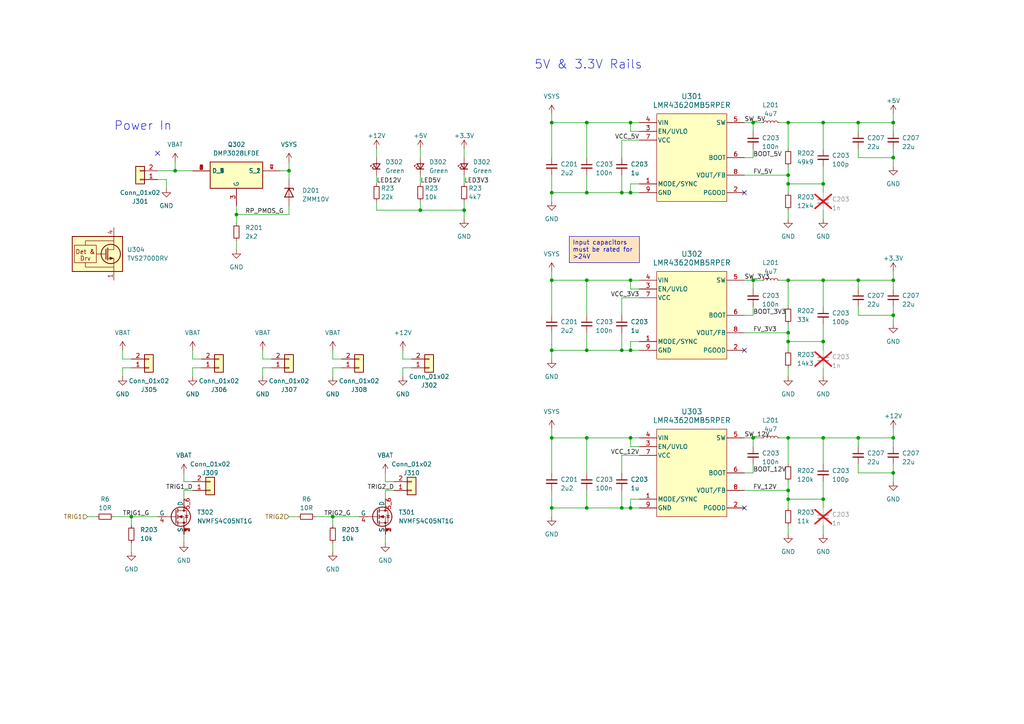
<source format=kicad_sch>
(kicad_sch (version 20230121) (generator eeschema)
  (paper "A4")
  (junction (at 218.44 81.28))
  (junction (at 50.8 49.53))
  (junction (at 228.6 81.28))
  (junction (at 228.6 144.78))
  (junction (at 182.88 127))
  (junction (at 160.02 81.28))
  (junction (at 228.6 35.56))
  (junction (at 259.08 81.28))
  (junction (at 238.76 35.56))
  (junction (at 160.02 101.6))
  (junction (at 182.88 101.6))
  (junction (at 218.44 127))
  (junction (at 228.6 50.8))
  (junction (at 160.02 147.32))
  (junction (at 170.18 127))
  (junction (at 248.92 81.28))
  (junction (at 134.62 60.96))
  (junction (at 180.34 55.88))
  (junction (at 259.08 45.72))
  (junction (at 259.08 91.44))
  (junction (at 170.18 101.6))
  (junction (at 228.6 99.06))
  (junction (at 182.88 35.56))
  (junction (at 83.82 49.53))
  (junction (at 160.02 127))
  (junction (at 248.92 127))
  (junction (at 160.02 55.88))
  (junction (at 218.44 35.56))
  (junction (at 238.76 81.28))
  (junction (at 259.08 127))
  (junction (at 228.6 53.34))
  (junction (at 238.76 99.06))
  (junction (at 170.18 81.28))
  (junction (at 68.58 62.23))
  (junction (at 121.92 60.96))
  (junction (at 182.88 147.32))
  (junction (at 228.6 127))
  (junction (at 182.88 81.28))
  (junction (at 238.76 144.78))
  (junction (at 182.88 55.88))
  (junction (at 38.1 149.86))
  (junction (at 228.6 96.52))
  (junction (at 248.92 35.56))
  (junction (at 170.18 147.32))
  (junction (at 238.76 53.34))
  (junction (at 170.18 55.88))
  (junction (at 259.08 35.56))
  (junction (at 180.34 147.32))
  (junction (at 96.52 149.86))
  (junction (at 259.08 137.16))
  (junction (at 170.18 35.56))
  (junction (at 238.76 127))
  (junction (at 160.02 35.56))
  (junction (at 228.6 142.24))
  (junction (at 180.34 101.6))
  (no_connect (at 45.72 44.45))
  (no_connect (at 215.9 101.6))
  (no_connect (at 215.9 147.32))
  (no_connect (at 215.9 55.88))
  (wire (pts (xy 248.92 91.44) (xy 259.08 91.44)))
  (wire (pts (xy 83.82 62.23) (xy 68.58 62.23)))
  (wire (pts (xy 160.02 33.02) (xy 160.02 35.56)))
  (wire (pts (xy 25.4 149.86) (xy 27.94 149.86)))
  (wire (pts (xy 121.92 43.18) (xy 121.92 45.72)))
  (wire (pts (xy 109.22 43.18) (xy 109.22 45.72)))
  (wire (pts (xy 83.82 149.86) (xy 86.36 149.86)))
  (wire (pts (xy 228.6 106.68) (xy 228.6 109.22)))
  (wire (pts (xy 218.44 81.28) (xy 220.98 81.28)))
  (wire (pts (xy 121.92 50.8) (xy 121.92 53.34)))
  (wire (pts (xy 182.88 55.88) (xy 185.42 55.88)))
  (wire (pts (xy 248.92 35.56) (xy 259.08 35.56)))
  (wire (pts (xy 182.88 144.78) (xy 185.42 144.78)))
  (wire (pts (xy 160.02 101.6) (xy 170.18 101.6)))
  (wire (pts (xy 238.76 60.96) (xy 238.76 63.5)))
  (wire (pts (xy 259.08 88.9) (xy 259.08 91.44)))
  (wire (pts (xy 180.34 96.52) (xy 180.34 101.6)))
  (wire (pts (xy 109.22 60.96) (xy 109.22 58.42)))
  (wire (pts (xy 78.74 106.68) (xy 76.2 106.68)))
  (wire (pts (xy 182.88 147.32) (xy 185.42 147.32)))
  (wire (pts (xy 134.62 43.18) (xy 134.62 45.72)))
  (wire (pts (xy 259.08 38.1) (xy 259.08 35.56)))
  (wire (pts (xy 215.9 50.8) (xy 228.6 50.8)))
  (wire (pts (xy 78.74 104.14) (xy 76.2 104.14)))
  (wire (pts (xy 218.44 35.56) (xy 220.98 35.56)))
  (wire (pts (xy 259.08 124.46) (xy 259.08 127)))
  (wire (pts (xy 215.9 142.24) (xy 228.6 142.24)))
  (wire (pts (xy 228.6 127) (xy 228.6 134.62)))
  (wire (pts (xy 218.44 88.9) (xy 218.44 91.44)))
  (wire (pts (xy 248.92 81.28) (xy 259.08 81.28)))
  (wire (pts (xy 218.44 38.1) (xy 218.44 35.56)))
  (wire (pts (xy 35.56 104.14) (xy 35.56 101.6)))
  (wire (pts (xy 182.88 81.28) (xy 182.88 83.82)))
  (wire (pts (xy 119.38 104.14) (xy 116.84 104.14)))
  (wire (pts (xy 160.02 127) (xy 170.18 127)))
  (wire (pts (xy 55.88 139.7) (xy 53.34 139.7)))
  (wire (pts (xy 180.34 86.36) (xy 185.42 86.36)))
  (wire (pts (xy 121.92 60.96) (xy 134.62 60.96)))
  (wire (pts (xy 238.76 81.28) (xy 248.92 81.28)))
  (wire (pts (xy 160.02 78.74) (xy 160.02 81.28)))
  (wire (pts (xy 170.18 50.8) (xy 170.18 55.88)))
  (wire (pts (xy 248.92 83.82) (xy 248.92 81.28)))
  (wire (pts (xy 50.8 49.53) (xy 55.88 49.53)))
  (wire (pts (xy 91.44 149.86) (xy 96.52 149.86)))
  (wire (pts (xy 182.88 35.56) (xy 182.88 38.1)))
  (wire (pts (xy 180.34 45.72) (xy 180.34 40.64)))
  (wire (pts (xy 180.34 40.64) (xy 185.42 40.64)))
  (wire (pts (xy 228.6 139.7) (xy 228.6 142.24)))
  (wire (pts (xy 238.76 144.78) (xy 238.76 147.32)))
  (wire (pts (xy 160.02 45.72) (xy 160.02 35.56)))
  (wire (pts (xy 35.56 109.22) (xy 35.56 106.68)))
  (wire (pts (xy 182.88 35.56) (xy 185.42 35.56)))
  (wire (pts (xy 228.6 35.56) (xy 238.76 35.56)))
  (wire (pts (xy 218.44 45.72) (xy 215.9 45.72)))
  (wire (pts (xy 170.18 35.56) (xy 182.88 35.56)))
  (wire (pts (xy 226.06 35.56) (xy 228.6 35.56)))
  (wire (pts (xy 218.44 83.82) (xy 218.44 81.28)))
  (wire (pts (xy 170.18 137.16) (xy 170.18 127)))
  (wire (pts (xy 58.42 106.68) (xy 55.88 106.68)))
  (wire (pts (xy 248.92 88.9) (xy 248.92 91.44)))
  (wire (pts (xy 259.08 78.74) (xy 259.08 81.28)))
  (wire (pts (xy 160.02 50.8) (xy 160.02 55.88)))
  (wire (pts (xy 121.92 60.96) (xy 109.22 60.96)))
  (wire (pts (xy 182.88 144.78) (xy 182.88 147.32)))
  (wire (pts (xy 38.1 104.14) (xy 35.56 104.14)))
  (wire (pts (xy 185.42 129.54) (xy 182.88 129.54)))
  (wire (pts (xy 228.6 96.52) (xy 228.6 99.06)))
  (wire (pts (xy 218.44 127) (xy 220.98 127)))
  (wire (pts (xy 259.08 134.62) (xy 259.08 137.16)))
  (wire (pts (xy 38.1 106.68) (xy 35.56 106.68)))
  (wire (pts (xy 160.02 35.56) (xy 170.18 35.56)))
  (wire (pts (xy 96.52 109.22) (xy 96.52 106.68)))
  (wire (pts (xy 228.6 93.98) (xy 228.6 96.52)))
  (wire (pts (xy 180.34 147.32) (xy 182.88 147.32)))
  (wire (pts (xy 160.02 55.88) (xy 170.18 55.88)))
  (wire (pts (xy 248.92 134.62) (xy 248.92 137.16)))
  (wire (pts (xy 182.88 127) (xy 185.42 127)))
  (wire (pts (xy 119.38 106.68) (xy 116.84 106.68)))
  (wire (pts (xy 218.44 91.44) (xy 215.9 91.44)))
  (wire (pts (xy 83.82 52.07) (xy 83.82 49.53)))
  (wire (pts (xy 114.3 139.7) (xy 111.76 139.7)))
  (wire (pts (xy 259.08 43.18) (xy 259.08 45.72)))
  (wire (pts (xy 180.34 101.6) (xy 182.88 101.6)))
  (wire (pts (xy 248.92 43.18) (xy 248.92 45.72)))
  (wire (pts (xy 228.6 81.28) (xy 238.76 81.28)))
  (wire (pts (xy 238.76 53.34) (xy 238.76 55.88)))
  (wire (pts (xy 228.6 50.8) (xy 228.6 53.34)))
  (wire (pts (xy 76.2 104.14) (xy 76.2 101.6)))
  (wire (pts (xy 238.76 99.06) (xy 238.76 101.6)))
  (wire (pts (xy 215.9 81.28) (xy 218.44 81.28)))
  (wire (pts (xy 99.06 104.14) (xy 96.52 104.14)))
  (wire (pts (xy 83.82 59.69) (xy 83.82 62.23)))
  (wire (pts (xy 182.88 127) (xy 182.88 129.54)))
  (wire (pts (xy 170.18 142.24) (xy 170.18 147.32)))
  (wire (pts (xy 228.6 144.78) (xy 228.6 142.24)))
  (wire (pts (xy 215.9 35.56) (xy 218.44 35.56)))
  (wire (pts (xy 48.26 54.61) (xy 48.26 52.07)))
  (wire (pts (xy 185.42 83.82) (xy 182.88 83.82)))
  (wire (pts (xy 228.6 99.06) (xy 228.6 101.6)))
  (wire (pts (xy 180.34 50.8) (xy 180.34 55.88)))
  (wire (pts (xy 50.8 46.99) (xy 50.8 49.53)))
  (wire (pts (xy 228.6 127) (xy 238.76 127)))
  (wire (pts (xy 228.6 81.28) (xy 228.6 88.9)))
  (wire (pts (xy 55.88 104.14) (xy 55.88 101.6)))
  (wire (pts (xy 160.02 101.6) (xy 160.02 104.14)))
  (wire (pts (xy 111.76 142.24) (xy 114.3 142.24)))
  (wire (pts (xy 238.76 139.7) (xy 238.76 144.78)))
  (wire (pts (xy 182.88 99.06) (xy 182.88 101.6)))
  (wire (pts (xy 228.6 144.78) (xy 238.76 144.78)))
  (wire (pts (xy 218.44 43.18) (xy 218.44 45.72)))
  (wire (pts (xy 68.58 69.85) (xy 68.58 72.39)))
  (wire (pts (xy 248.92 129.54) (xy 248.92 127)))
  (wire (pts (xy 53.34 142.24) (xy 55.88 142.24)))
  (wire (pts (xy 116.84 104.14) (xy 116.84 101.6)))
  (wire (pts (xy 228.6 60.96) (xy 228.6 63.5)))
  (wire (pts (xy 182.88 53.34) (xy 182.88 55.88)))
  (wire (pts (xy 180.34 142.24) (xy 180.34 147.32)))
  (wire (pts (xy 218.44 137.16) (xy 215.9 137.16)))
  (wire (pts (xy 259.08 91.44) (xy 259.08 93.98)))
  (wire (pts (xy 96.52 104.14) (xy 96.52 101.6)))
  (wire (pts (xy 180.34 137.16) (xy 180.34 132.08)))
  (wire (pts (xy 248.92 38.1) (xy 248.92 35.56)))
  (wire (pts (xy 134.62 58.42) (xy 134.62 60.96)))
  (wire (pts (xy 182.88 53.34) (xy 185.42 53.34)))
  (wire (pts (xy 160.02 142.24) (xy 160.02 147.32)))
  (wire (pts (xy 226.06 127) (xy 228.6 127)))
  (wire (pts (xy 116.84 109.22) (xy 116.84 106.68)))
  (wire (pts (xy 160.02 137.16) (xy 160.02 127)))
  (wire (pts (xy 160.02 91.44) (xy 160.02 81.28)))
  (wire (pts (xy 45.72 52.07) (xy 48.26 52.07)))
  (wire (pts (xy 228.6 152.4) (xy 228.6 154.94)))
  (wire (pts (xy 228.6 53.34) (xy 238.76 53.34)))
  (wire (pts (xy 238.76 106.68) (xy 238.76 109.22)))
  (wire (pts (xy 134.62 50.8) (xy 134.62 53.34)))
  (wire (pts (xy 218.44 129.54) (xy 218.44 127)))
  (wire (pts (xy 68.58 62.23) (xy 68.58 64.77)))
  (wire (pts (xy 38.1 160.02) (xy 38.1 157.48)))
  (wire (pts (xy 248.92 127) (xy 259.08 127)))
  (wire (pts (xy 170.18 127) (xy 182.88 127)))
  (wire (pts (xy 170.18 81.28) (xy 182.88 81.28)))
  (wire (pts (xy 170.18 45.72) (xy 170.18 35.56)))
  (wire (pts (xy 259.08 33.02) (xy 259.08 35.56)))
  (wire (pts (xy 83.82 49.53) (xy 81.28 49.53)))
  (wire (pts (xy 238.76 127) (xy 238.76 134.62)))
  (wire (pts (xy 96.52 160.02) (xy 96.52 157.48)))
  (wire (pts (xy 180.34 91.44) (xy 180.34 86.36)))
  (wire (pts (xy 218.44 134.62) (xy 218.44 137.16)))
  (wire (pts (xy 238.76 81.28) (xy 238.76 88.9)))
  (wire (pts (xy 259.08 83.82) (xy 259.08 81.28)))
  (wire (pts (xy 160.02 96.52) (xy 160.02 101.6)))
  (wire (pts (xy 182.88 99.06) (xy 185.42 99.06)))
  (wire (pts (xy 160.02 55.88) (xy 160.02 58.42)))
  (wire (pts (xy 248.92 137.16) (xy 259.08 137.16)))
  (wire (pts (xy 38.1 149.86) (xy 45.72 149.86)))
  (wire (pts (xy 259.08 45.72) (xy 259.08 48.26)))
  (wire (pts (xy 76.2 109.22) (xy 76.2 106.68)))
  (wire (pts (xy 228.6 99.06) (xy 238.76 99.06)))
  (wire (pts (xy 121.92 58.42) (xy 121.92 60.96)))
  (wire (pts (xy 259.08 137.16) (xy 259.08 139.7)))
  (wire (pts (xy 170.18 101.6) (xy 180.34 101.6)))
  (wire (pts (xy 53.34 154.94) (xy 53.34 157.48)))
  (wire (pts (xy 259.08 129.54) (xy 259.08 127)))
  (wire (pts (xy 170.18 91.44) (xy 170.18 81.28)))
  (wire (pts (xy 228.6 35.56) (xy 228.6 43.18)))
  (wire (pts (xy 180.34 55.88) (xy 182.88 55.88)))
  (wire (pts (xy 238.76 35.56) (xy 238.76 43.18)))
  (wire (pts (xy 38.1 149.86) (xy 38.1 152.4)))
  (wire (pts (xy 160.02 124.46) (xy 160.02 127)))
  (wire (pts (xy 238.76 93.98) (xy 238.76 99.06)))
  (wire (pts (xy 109.22 50.8) (xy 109.22 53.34)))
  (wire (pts (xy 248.92 45.72) (xy 259.08 45.72)))
  (wire (pts (xy 96.52 149.86) (xy 96.52 152.4)))
  (wire (pts (xy 45.72 49.53) (xy 50.8 49.53)))
  (wire (pts (xy 99.06 106.68) (xy 96.52 106.68)))
  (wire (pts (xy 215.9 96.52) (xy 228.6 96.52)))
  (wire (pts (xy 111.76 154.94) (xy 111.76 157.48)))
  (wire (pts (xy 180.34 132.08) (xy 185.42 132.08)))
  (wire (pts (xy 58.42 104.14) (xy 55.88 104.14)))
  (wire (pts (xy 182.88 81.28) (xy 185.42 81.28)))
  (wire (pts (xy 228.6 53.34) (xy 228.6 55.88)))
  (wire (pts (xy 111.76 144.78) (xy 111.76 142.24)))
  (wire (pts (xy 238.76 152.4) (xy 238.76 154.94)))
  (wire (pts (xy 33.02 149.86) (xy 38.1 149.86)))
  (wire (pts (xy 68.58 59.69) (xy 68.58 62.23)))
  (wire (pts (xy 228.6 48.26) (xy 228.6 50.8)))
  (wire (pts (xy 228.6 144.78) (xy 228.6 147.32)))
  (wire (pts (xy 185.42 38.1) (xy 182.88 38.1)))
  (wire (pts (xy 238.76 48.26) (xy 238.76 53.34)))
  (wire (pts (xy 238.76 127) (xy 248.92 127)))
  (wire (pts (xy 83.82 46.99) (xy 83.82 49.53)))
  (wire (pts (xy 134.62 60.96) (xy 134.62 63.5)))
  (wire (pts (xy 53.34 144.78) (xy 53.34 142.24)))
  (wire (pts (xy 170.18 96.52) (xy 170.18 101.6)))
  (wire (pts (xy 226.06 81.28) (xy 228.6 81.28)))
  (wire (pts (xy 160.02 147.32) (xy 160.02 149.86)))
  (wire (pts (xy 182.88 101.6) (xy 185.42 101.6)))
  (wire (pts (xy 160.02 147.32) (xy 170.18 147.32)))
  (wire (pts (xy 238.76 35.56) (xy 248.92 35.56)))
  (wire (pts (xy 170.18 147.32) (xy 180.34 147.32)))
  (wire (pts (xy 96.52 149.86) (xy 104.14 149.86)))
  (wire (pts (xy 170.18 55.88) (xy 180.34 55.88)))
  (wire (pts (xy 55.88 109.22) (xy 55.88 106.68)))
  (wire (pts (xy 160.02 81.28) (xy 170.18 81.28)))
  (wire (pts (xy 111.76 139.7) (xy 111.76 137.16)))
  (wire (pts (xy 53.34 139.7) (xy 53.34 137.16)))
  (wire (pts (xy 215.9 127) (xy 218.44 127)))
  (text_box "Input capacitors must be rated for >24V" (at 165.1 68.58 0) (size 20.32 7.62) (fill (type color) (color 255 229 191 1)) (effects (font (size 1.27 1.27)) (justify left top)))
  (text "Power In" (at 33.02 38.1 0) (effects (font (size 2.54 2.54)) (justify left bottom)))
  (text "5V & 3.3V Rails" (at 154.94 20.32 0) (effects (font (size 2.54 2.54)) (justify left bottom)))
  (label "FV_12V" (at 218.44 142.24 0))
  (label "TRIG2_G" (at 93.98 149.86 0))
  (label "BOOT_5V" (at 218.44 45.72 0))
  (label "VCC_3V3" (at 185.42 86.36 180))
  (label "VCC_5V" (at 185.42 40.64 180))
  (label "BOOT_12V" (at 218.44 137.16 0))
  (label "TRIG1_G" (at 35.56 149.86 0))
  (label "VCC_12V" (at 185.42 132.08 180))
  (label "TRIG1_D" (at 55.88 142.24 180))
  (label "TRIG2_D" (at 114.3 142.24 180))
  (label "SW_12V" (at 215.9 127 0))
  (label "SW_3V3" (at 215.9 81.28 0))
  (label "LED3V3" (at 134.62 53.34 0))
  (label "FV_5V" (at 218.44 50.8 0))
  (label "LED5V" (at 121.92 53.34 0))
  (label "LED12V" (at 109.22 53.34 0))
  (label "RP_PMOS_G" (at 71.12 62.23 0))
  (label "FV_3V3" (at 218.44 96.52 0))
  (label "SW_5V" (at 215.9 35.56 0))
  (label "BOOT_3V3" (at 218.44 91.44 0))
  (hierarchical_label "TRIG2" (shape input) (at 83.82 149.86 180))
  (hierarchical_label "TRIG1" (shape input) (at 25.4 149.86 180))
  (symbol (lib_id "Connector_Generic:Conn_01x02") (at 83.82 106.68 0) (mirror x) (unit 1)
    (property "Reference" "J307" (at 83.82 113.03 0))
    (property "Value" "Conn_01x02" (at 83.82 110.49 0))
    (property "Footprint" "Connector_AMASS:AMASS_XT30U-F_1x02_P5.0mm_Vertical" (effects hide))
  )
  (symbol (lib_id "power:GND") (at 238.76 63.5 0) (unit 1)
    (property "Reference" "#PWR0207" (effects hide))
    (property "Value" "GND" (at 238.76 68.58 0))
    (instances (project "Motor Driver Board" (path "" (reference "#PWR0207") (unit 1))) (project "main_PCB_v2" (path "" (reference "#PWR0316") (unit 1))) (project "101 PCB" (path "" (reference "#PWR0168") (unit 1))))
  )
  (symbol (lib_id "power:GND") (at 259.08 139.7 0) (unit 1)
    (property "Reference" "#PWR0207" (effects hide))
    (property "Value" "GND" (at 259.08 144.78 0))
    (instances (project "Motor Driver Board" (path "" (reference "#PWR0207") (unit 1))) (project "main_PCB_v2" (path "" (reference "#PWR0308") (unit 1))) (project "101 PCB" (path "" (reference "#PWR0168") (unit 1))))
  )
  (symbol (lib_id "SSL_Symbols:VBAT") (at 35.56 101.6 0) (unit 1)
    (property "Reference" "#PWR0314" (effects hide))
    (property "Value" "VBAT" (at 35.56 96.52 0))
  )
  (symbol (lib_id "Device:R_Small") (at 228.6 137.16 0) (unit 1)
    (property "Reference" "R202" (at 231.14 136.525 0) (effects (justify left)))
    (property "Value" "120k" (at 231.14 139.065 0) (effects (justify left)))
    (property "Footprint" "Resistor_SMD:R_0402_1005Metric" (effects hide))
    (instances (project "Motor Driver Board" (path "" (reference "R202") (unit 1))) (project "main_PCB_v2" (path "" (reference "R301") (unit 1))) (project "Power Board" (path "" (reference "R215") (unit 1))) (project "101 PCB" (path "" (reference "R101") (unit 1))))
  )
  (symbol (lib_id "Connector_Generic:Conn_01x02") (at 124.46 106.68 0) (mirror x) (unit 1)
    (property "Reference" "J302" (at 124.46 111.76 0))
    (property "Value" "Conn_01x02" (at 124.46 109.22 0))
    (property "Footprint" "Connector_AMASS:AMASS_XT30U-F_1x02_P5.0mm_Vertical" (effects hide))
  )
  (symbol (lib_id "power:GND") (at 96.52 160.02 0) (mirror y) (unit 1)
    (property "Reference" "#PWR072" (effects hide))
    (property "Value" "GND" (at 96.52 165.1 0))
    (instances (project "DE10-lite_shield" (path "" (reference "#PWR072") (unit 1)) (path "" (reference "#PWR072") (unit 1))) (project "Motor Driver Board" (path "" (reference "#PWR0209") (unit 1))) (project "main_PCB_v2" (path "" (reference "#PWR0108") (unit 1)) (path "" (reference "#PWR0346") (unit 1))) (project "Power Board" (path "" (reference "#PWR037") (unit 1))))
  )
  (symbol (lib_id "power:+3.3V") (at 134.62 43.18 0) (unit 1)
    (property "Reference" "#PWR0221" (effects hide))
    (property "Value" "+3.3V" (at 134.62 39.37 0))
    (instances (project "Motor Driver Board" (path "" (reference "#PWR0221") (unit 1))) (project "main_PCB_v2" (path "" (reference "#PWR0319") (unit 1))) (project "Power Board" (path "" (reference "#PWR0251") (unit 1))) (project "101 PCB" (path "" (reference "#PWR0114") (unit 1))))
  )
  (symbol (lib_id "Device:C_Small") (at 170.18 48.26 0) (unit 1)
    (property "Reference" "C203" (at 172.72 47.6313 0) (effects (justify left)))
    (property "Value" "100n" (at 172.72 50.1713 0) (effects (justify left)))
    (property "Footprint" "Capacitor_SMD:C_0402_1005Metric" (effects hide))
    (instances (project "Motor Driver Board" (path "" (reference "C203") (unit 1))) (project "main_PCB_v2" (path "" (reference "C321") (unit 1))) (project "Power Board" (path "" (reference "C208") (unit 1))) (project "101 PCB" (path "" (reference "C102") (unit 1))))
  )
  (symbol (lib_id "Connector_Generic:Conn_01x02") (at 60.96 142.24 0) (mirror x) (unit 1)
    (property "Reference" "J309" (at 60.96 137.16 0))
    (property "Value" "Conn_01x02" (at 60.96 134.62 0))
    (property "Footprint" "Connector_AMASS:AMASS_XT30U-F_1x02_P5.0mm_Vertical" (effects hide))
  )
  (symbol (lib_id "power:GND") (at 238.76 154.94 0) (unit 1)
    (property "Reference" "#PWR0207" (effects hide))
    (property "Value" "GND" (at 238.76 160.02 0))
    (instances (project "Motor Driver Board" (path "" (reference "#PWR0207") (unit 1))) (project "main_PCB_v2" (path "" (reference "#PWR0310") (unit 1))) (project "101 PCB" (path "" (reference "#PWR0168") (unit 1))))
  )
  (symbol (lib_id "power:GND") (at 55.88 109.22 0) (mirror y) (unit 1)
    (property "Reference" "#PWR072" (effects hide))
    (property "Value" "GND" (at 55.88 114.3 0))
    (instances (project "DE10-lite_shield" (path "" (reference "#PWR072") (unit 1)) (path "" (reference "#PWR072") (unit 1))) (project "Motor Driver Board" (path "" (reference "#PWR0204") (unit 1))) (project "main_PCB_v2" (path "" (reference "#PWR0106") (unit 1)) (path "" (reference "#PWR0327") (unit 1))) (project "Power Board" (path "" (reference "#PWR037") (unit 1))))
  )
  (symbol (lib_id "power:+12V") (at 116.84 101.6 0) (unit 1)
    (property "Reference" "#PWR0309" (effects hide))
    (property "Value" "+12V" (at 116.84 96.52 0))
  )
  (symbol (lib_id "power:GND") (at 160.02 149.86 0) (unit 1)
    (property "Reference" "#PWR0207" (effects hide))
    (property "Value" "GND" (at 160.02 154.94 0))
    (instances (project "Motor Driver Board" (path "" (reference "#PWR0207") (unit 1))) (project "main_PCB_v2" (path "" (reference "#PWR0305") (unit 1))) (project "101 PCB" (path "" (reference "#PWR0168") (unit 1))))
  )
  (symbol (lib_id "SSL_Symbols:VBAT") (at 53.34 137.16 0) (unit 1)
    (property "Reference" "#PWR0313" (effects hide))
    (property "Value" "VBAT" (at 53.34 132.08 0))
  )
  (symbol (lib_id "Connector_Generic:Conn_01x02") (at 63.5 106.68 0) (mirror x) (unit 1)
    (property "Reference" "J306" (at 63.5 113.03 0))
    (property "Value" "Conn_01x02" (at 63.5 110.49 0))
    (property "Footprint" "Connector_AMASS:AMASS_XT30U-F_1x02_P5.0mm_Vertical" (effects hide))
  )
  (symbol (lib_id "Device:C_Small") (at 238.76 104.14 0) (unit 1) (dnp yes)
    (property "Reference" "C203" (at 241.3 103.5113 0) (effects (justify left)))
    (property "Value" "1n" (at 241.3 106.0513 0) (effects (justify left)))
    (property "Footprint" "Capacitor_SMD:C_0402_1005Metric" (effects hide))
    (instances (project "Motor Driver Board" (path "" (reference "C203") (unit 1))) (project "main_PCB_v2" (path "" (reference "C323") (unit 1))) (project "Power Board" (path "" (reference "C208") (unit 1))) (project "101 PCB" (path "" (reference "C102") (unit 1))))
  )
  (symbol (lib_id "Device:C_Small") (at 218.44 132.08 0) (unit 1)
    (property "Reference" "C203" (at 220.98 131.4513 0) (effects (justify left)))
    (property "Value" "100n" (at 220.98 133.9913 0) (effects (justify left)))
    (property "Footprint" "Capacitor_SMD:C_0402_1005Metric" (effects hide))
    (instances (project "Motor Driver Board" (path "" (reference "C203") (unit 1))) (project "main_PCB_v2" (path "" (reference "C304") (unit 1))) (project "Power Board" (path "" (reference "C208") (unit 1))) (project "101 PCB" (path "" (reference "C102") (unit 1))))
  )
  (symbol (lib_id "Device:R_Small") (at 228.6 58.42 0) (unit 1)
    (property "Reference" "R203" (at 231.14 57.15 0) (effects (justify left)))
    (property "Value" "12k4" (at 231.14 59.69 0) (effects (justify left)))
    (property "Footprint" "Resistor_SMD:R_0402_1005Metric" (effects hide))
    (instances (project "Motor Driver Board" (path "" (reference "R203") (unit 1))) (project "main_PCB_v2" (path "" (reference "R309") (unit 1))) (project "Power Board" (path "" (reference "R216") (unit 1))) (project "101 PCB" (path "" (reference "R102") (unit 1))))
  )
  (symbol (lib_id "Connector_Generic:Conn_01x02") (at 104.14 106.68 0) (mirror x) (unit 1)
    (property "Reference" "J308" (at 104.14 113.03 0))
    (property "Value" "Conn_01x02" (at 104.14 110.49 0))
    (property "Footprint" "Connector_AMASS:AMASS_XT30U-F_1x02_P5.0mm_Vertical" (effects hide))
  )
  (symbol (lib_id "Device:C_Small") (at 259.08 86.36 0) (unit 1)
    (property "Reference" "C207" (at 261.62 85.7313 0) (effects (justify left)))
    (property "Value" "22u" (at 261.62 88.2713 0) (effects (justify left)))
    (property "Footprint" "Capacitor_SMD:C_0603_1608Metric" (effects hide))
    (instances (project "Motor Driver Board" (path "" (reference "C207") (unit 1))) (project "main_PCB_v2" (path "" (reference "C320") (unit 1))) (project "Power Board" (path "" (reference "C215") (unit 1))) (project "101 PCB" (path "" (reference "C103") (unit 1))))
  )
  (symbol (lib_id "Device:L_Small") (at 223.52 35.56 90) (unit 1)
    (property "Reference" "L201" (at 223.52 30.48 90))
    (property "Value" "4u7" (at 223.52 33.02 90))
    (property "Footprint" "Inductor_SMD:L_Chilisin_BMRA00040420" (effects hide))
    (instances (project "Motor Driver Board" (path "" (reference "L201") (unit 1))) (project "main_PCB_v2" (path "" (reference "L305") (unit 1))) (project "Power Board" (path "" (reference "L201") (unit 1))) (project "101 PCB" (path "" (reference "L101") (unit 1))))
  )
  (symbol (lib_id "power:+5V") (at 121.92 43.18 0) (unit 1)
    (property "Reference" "#PWR0219" (effects hide))
    (property "Value" "+5V" (at 121.92 39.37 0))
    (instances (project "Motor Driver Board" (path "" (reference "#PWR0219") (unit 1))) (project "main_PCB_v2" (path "" (reference "#PWR0318") (unit 1))) (project "Power Board" (path "" (reference "#PWR0248") (unit 1))) (project "101 PCB" (path "" (reference "#PWR0118") (unit 1))))
  )
  (symbol (lib_id "Connector_Generic:Conn_01x02") (at 40.64 52.07 180) (unit 1)
    (property "Reference" "J301" (at 40.64 58.42 0))
    (property "Value" "Conn_01x02" (at 40.64 55.88 0))
    (property "Footprint" "Connector_AMASS:AMASS_XT60-M_1x02_P7.20mm_Vertical" (effects hide))
  )
  (symbol (lib_id "power:GND") (at 160.02 104.14 0) (unit 1)
    (property "Reference" "#PWR0207" (effects hide))
    (property "Value" "GND" (at 160.02 109.22 0))
    (instances (project "Motor Driver Board" (path "" (reference "#PWR0207") (unit 1))) (project "main_PCB_v2" (path "" (reference "#PWR0338") (unit 1))) (project "101 PCB" (path "" (reference "#PWR0168") (unit 1))))
  )
  (symbol (lib_id "Device:LED_Small") (at 134.62 48.26 90) (unit 1)
    (property "Reference" "D302" (at 137.16 46.99 90) (effects (justify right)))
    (property "Value" "Green" (at 137.16 49.53 90) (effects (justify right)))
    (property "Footprint" "LED_SMD:LED_0603_1608Metric" (effects hide))
    (instances (project "Motor Driver Board" (path "" (reference "D302") (unit 1))) (project "main_PCB_v2" (path "" (reference "D203") (unit 1)) (path "" (reference "D402") (unit 1)) (path "" (reference "D304") (unit 1))))
  )
  (symbol (lib_id "Device:C_Small") (at 180.34 139.7 0) (unit 1)
    (property "Reference" "C203" (at 182.88 139.0713 0) (effects (justify left)))
    (property "Value" "1u" (at 182.88 141.6113 0) (effects (justify left)))
    (property "Footprint" "Capacitor_SMD:C_0402_1005Metric" (effects hide))
    (instances (project "Motor Driver Board" (path "" (reference "C203") (unit 1))) (project "main_PCB_v2" (path "" (reference "C303") (unit 1))) (project "Power Board" (path "" (reference "C208") (unit 1))) (project "101 PCB" (path "" (reference "C102") (unit 1))))
  )
  (symbol (lib_id "power:GND") (at 76.2 109.22 0) (mirror y) (unit 1)
    (property "Reference" "#PWR072" (effects hide))
    (property "Value" "GND" (at 76.2 114.3 0))
    (instances (project "DE10-lite_shield" (path "" (reference "#PWR072") (unit 1)) (path "" (reference "#PWR072") (unit 1))) (project "Motor Driver Board" (path "" (reference "#PWR0209") (unit 1))) (project "main_PCB_v2" (path "" (reference "#PWR0108") (unit 1)) (path "" (reference "#PWR0329") (unit 1))) (project "Power Board" (path "" (reference "#PWR037") (unit 1))))
  )
  (symbol (lib_id "SSL_Symbols:VSYS") (at 83.82 46.99 0) (unit 1)
    (property "Reference" "#PWR0208" (effects hide))
    (property "Value" "VSYS" (at 83.82 41.91 0))
    (instances (project "main_PCB_v2" (path "" (reference "#PWR0208") (unit 1)) (path "" (reference "#PWR0303") (unit 1))))
  )
  (symbol (lib_id "Device:C_Small") (at 248.92 132.08 0) (unit 1)
    (property "Reference" "C207" (at 251.46 131.4513 0) (effects (justify left)))
    (property "Value" "22u" (at 251.46 133.9913 0) (effects (justify left)))
    (property "Footprint" "Capacitor_SMD:C_0603_1608Metric" (effects hide))
    (instances (project "Motor Driver Board" (path "" (reference "C207") (unit 1))) (project "main_PCB_v2" (path "" (reference "C305") (unit 1))) (project "Power Board" (path "" (reference "C215") (unit 1))) (project "101 PCB" (path "" (reference "C103") (unit 1))))
  )
  (symbol (lib_id "power:GND") (at 96.52 109.22 0) (mirror y) (unit 1)
    (property "Reference" "#PWR072" (effects hide))
    (property "Value" "GND" (at 96.52 114.3 0))
    (instances (project "DE10-lite_shield" (path "" (reference "#PWR072") (unit 1)) (path "" (reference "#PWR072") (unit 1))) (project "Motor Driver Board" (path "" (reference "#PWR0209") (unit 1))) (project "main_PCB_v2" (path "" (reference "#PWR0108") (unit 1)) (path "" (reference "#PWR0331") (unit 1))) (project "Power Board" (path "" (reference "#PWR037") (unit 1))))
  )
  (symbol (lib_name "NVMFS4C05NT1G_1") (lib_id "SSL_Symbols:NVMFS4C05NT1G") (at 53.34 149.86 0) (unit 1)
    (property "Reference" "T302" (at 57.15 148.59 0) (effects (justify left)))
    (property "Value" "NVMFS4C05NT1G" (at 57.15 151.13 0) (effects (justify left)))
    (property "Footprint" "SSL Footprints:TRANS_NVMFS5834NLWFT1G" (effects hide))
  )
  (symbol (lib_id "Device:R_Small") (at 68.58 67.31 0) (unit 1)
    (property "Reference" "R201" (at 71.12 66.04 0) (effects (justify left)))
    (property "Value" "2k2" (at 71.12 68.58 0) (effects (justify left)))
    (property "Footprint" "Resistor_SMD:R_0402_1005Metric" (effects hide))
    (instances (project "Motor Driver Board" (path "" (reference "R201") (unit 1))) (project "main_PCB_v2" (path "" (reference "R307") (unit 1))) (project "101 PCB" (path "" (reference "R108") (unit 1))))
  )
  (symbol (lib_id "Device:C_Small") (at 218.44 40.64 0) (unit 1)
    (property "Reference" "C203" (at 220.98 40.0113 0) (effects (justify left)))
    (property "Value" "100n" (at 220.98 42.5513 0) (effects (justify left)))
    (property "Footprint" "Capacitor_SMD:C_0402_1005Metric" (effects hide))
    (instances (project "Motor Driver Board" (path "" (reference "C203") (unit 1))) (project "main_PCB_v2" (path "" (reference "C312") (unit 1))) (project "Power Board" (path "" (reference "C208") (unit 1))) (project "101 PCB" (path "" (reference "C102") (unit 1))))
  )
  (symbol (lib_id "power:GND") (at 48.26 54.61 0) (unit 1)
    (property "Reference" "#PWR0205" (effects hide))
    (property "Value" "GND" (at 48.26 59.69 0))
    (instances (project "Motor Driver Board" (path "" (reference "#PWR0205") (unit 1))) (project "main_PCB_v2" (path "" (reference "#PWR0323") (unit 1))))
  )
  (symbol (lib_id "DMP3028LFDE-7:DMP3028LFDE") (at 68.58 50.8 0) (unit 1)
    (property "Reference" "Q302" (at 68.58 41.91 0))
    (property "Value" "DMP3028LFDE" (at 68.58 44.45 0))
    (property "Footprint" "SSL Footprints:DMP2066UFDE7" (effects hide))
    (property "Datasheet" "https://www.diodes.com/assets/Datasheets/DMP3028LFDE.pdf" (effects hide))
    (property "Manufacturer_Name" "Diodes Inc." (effects hide))
    (property "Manufacturer_Part_Number" "DMP3028LFDE-7" (effects hide))
    (property "Mouser Part Number" "621-DMP3028LFDE-7" (effects hide))
    (property "Mouser Price/Stock" "https://www.mouser.co.uk/ProductDetail/Diodes-Incorporated/DMP3028LFDE-7?qs=wo71MgyKIyE%2FG8iDJwxqKA%3D%3D" (effects hide))
    (property "Arrow Part Number" "DMP3028LFDE-7" (effects hide))
    (property "Arrow Price/Stock" "https://www.arrow.com/en/products/dmp3028lfde-7/diodes-incorporated?region=nac" (effects hide))
  )
  (symbol (lib_id "Device:R_Small") (at 228.6 149.86 0) (unit 1)
    (property "Reference" "R203" (at 231.14 148.59 0) (effects (justify left)))
    (property "Value" "11k" (at 231.14 151.13 0) (effects (justify left)))
    (property "Footprint" "Resistor_SMD:R_0402_1005Metric" (effects hide))
    (instances (project "Motor Driver Board" (path "" (reference "R203") (unit 1))) (project "main_PCB_v2" (path "" (reference "R302") (unit 1))) (project "Power Board" (path "" (reference "R216") (unit 1))) (project "101 PCB" (path "" (reference "R102") (unit 1))))
  )
  (symbol (lib_id "Device:R_Small") (at 88.9 149.86 270) (mirror x) (unit 1)
    (property "Reference" "R6" (at 88.9 144.78 90))
    (property "Value" "10R" (at 88.9 147.32 90))
    (property "Footprint" "Resistor_SMD:R_0402_1005Metric" (effects hide))
    (instances (project "DE10-lite_shield" (path "" (reference "R6") (unit 1)) (path "" (reference "R6") (unit 1)) (path "" (reference "R14") (unit 1)) (path "" (reference "R32") (unit 1))) (project "Motor Driver Board" (path "" (reference "R309") (unit 1))) (project "main_PCB_v2" (path "" (reference "R201") (unit 1)) (path "" (reference "R414") (unit 1)) (path "" (reference "R313") (unit 1))) (project "Power Board" (path "" (reference "R24") (unit 1))))
  )
  (symbol (lib_id "Diode:ZMMxx") (at 83.82 55.88 270) (unit 1)
    (property "Reference" "D201" (at 87.63 55.245 90) (effects (justify left)))
    (property "Value" "ZMM10V" (at 87.63 57.785 90) (effects (justify left)))
    (property "Footprint" "Diode_SMD:D_MiniMELF" (effects hide))
    (property "Datasheet" "https://diotec.com/tl_files/diotec/files/pdf/datasheets/zmm1.pdf" (effects hide))
    (instances (project "Motor Driver Board" (path "" (reference "D201") (unit 1))) (project "main_PCB_v2" (path "" (reference "D303") (unit 1))) (project "101 PCB" (path "" (reference "D104") (unit 1))))
  )
  (symbol (lib_id "power:+5V") (at 259.08 33.02 0) (unit 1)
    (property "Reference" "#PWR0219" (effects hide))
    (property "Value" "+5V" (at 259.08 29.21 0))
    (instances (project "Motor Driver Board" (path "" (reference "#PWR0219") (unit 1))) (project "main_PCB_v2" (path "" (reference "#PWR0335") (unit 1))) (project "Power Board" (path "" (reference "#PWR0248") (unit 1))) (project "101 PCB" (path "" (reference "#PWR0118") (unit 1))))
  )
  (symbol (lib_id "SSL_Symbols:VSYS") (at 160.02 78.74 0) (unit 1)
    (property "Reference" "#PWR0208" (effects hide))
    (property "Value" "VSYS" (at 160.02 73.66 0))
    (instances (project "main_PCB_v2" (path "" (reference "#PWR0208") (unit 1)) (path "" (reference "#PWR0301") (unit 1))))
  )
  (symbol (lib_id "LMR43620MB5RPER:LMR43620MB5RPER") (at 200.66 45.72 0) (unit 1)
    (property "Reference" "U301" (at 200.66 27.94 0) (effects (font (size 1.524 1.524))))
    (property "Value" "LMR43620MB5RPER" (at 200.66 30.48 0) (effects (font (size 1.524 1.524))))
    (property "Footprint" "SSL Footprints:LMR43620MB5RPER_TEX" (effects hide))
    (property "Datasheet" "https://www.ti.com/lit/ds/symlink/lmr43610.pdf?ts=1706463320089&ref_url=https%253A%252F%252Fwww.mouser.co.uk%252F" (effects hide))
  )
  (symbol (lib_id "Device:C_Small") (at 238.76 137.16 0) (unit 1)
    (property "Reference" "C203" (at 241.3 136.5313 0) (effects (justify left)))
    (property "Value" "100p" (at 241.3 139.0713 0) (effects (justify left)))
    (property "Footprint" "Capacitor_SMD:C_0402_1005Metric" (effects hide))
    (instances (project "Motor Driver Board" (path "" (reference "C203") (unit 1))) (project "main_PCB_v2" (path "" (reference "C307") (unit 1))) (project "Power Board" (path "" (reference "C208") (unit 1))) (project "101 PCB" (path "" (reference "C102") (unit 1))))
  )
  (symbol (lib_id "Device:C_Small") (at 259.08 132.08 0) (unit 1)
    (property "Reference" "C207" (at 261.62 131.4513 0) (effects (justify left)))
    (property "Value" "22u" (at 261.62 133.9913 0) (effects (justify left)))
    (property "Footprint" "Capacitor_SMD:C_0603_1608Metric" (effects hide))
    (instances (project "Motor Driver Board" (path "" (reference "C207") (unit 1))) (project "main_PCB_v2" (path "" (reference "C306") (unit 1))) (project "Power Board" (path "" (reference "C215") (unit 1))) (project "101 PCB" (path "" (reference "C103") (unit 1))))
  )
  (symbol (lib_id "Device:C_Small") (at 238.76 91.44 0) (unit 1)
    (property "Reference" "C203" (at 241.3 90.8113 0) (effects (justify left)))
    (property "Value" "100p" (at 241.3 93.3513 0) (effects (justify left)))
    (property "Footprint" "Capacitor_SMD:C_0402_1005Metric" (effects hide))
    (instances (project "Motor Driver Board" (path "" (reference "C203") (unit 1))) (project "main_PCB_v2" (path "" (reference "C308") (unit 1))) (project "Power Board" (path "" (reference "C208") (unit 1))) (project "101 PCB" (path "" (reference "C102") (unit 1))))
  )
  (symbol (lib_id "Connector_Generic:Conn_01x02") (at 119.38 142.24 0) (mirror x) (unit 1)
    (property "Reference" "J310" (at 119.38 137.16 0))
    (property "Value" "Conn_01x02" (at 119.38 134.62 0))
    (property "Footprint" "Connector_AMASS:AMASS_XT30U-F_1x02_P5.0mm_Vertical" (effects hide))
  )
  (symbol (lib_id "Device:C_Small") (at 180.34 48.26 0) (unit 1)
    (property "Reference" "C203" (at 182.88 47.6313 0) (effects (justify left)))
    (property "Value" "1u" (at 182.88 50.1713 0) (effects (justify left)))
    (property "Footprint" "Capacitor_SMD:C_0402_1005Metric" (effects hide))
    (instances (project "Motor Driver Board" (path "" (reference "C203") (unit 1))) (project "main_PCB_v2" (path "" (reference "C311") (unit 1))) (project "Power Board" (path "" (reference "C208") (unit 1))) (project "101 PCB" (path "" (reference "C102") (unit 1))))
  )
  (symbol (lib_id "power:GND") (at 228.6 154.94 0) (unit 1)
    (property "Reference" "#PWR0207" (effects hide))
    (property "Value" "GND" (at 228.6 160.02 0))
    (instances (project "Motor Driver Board" (path "" (reference "#PWR0207") (unit 1))) (project "main_PCB_v2" (path "" (reference "#PWR0306") (unit 1))) (project "101 PCB" (path "" (reference "#PWR0168") (unit 1))))
  )
  (symbol (lib_id "power:GND") (at 116.84 109.22 0) (mirror y) (unit 1)
    (property "Reference" "#PWR072" (effects hide))
    (property "Value" "GND" (at 116.84 114.3 0))
    (instances (project "DE10-lite_shield" (path "" (reference "#PWR072") (unit 1)) (path "" (reference "#PWR072") (unit 1))) (project "Motor Driver Board" (path "" (reference "#PWR0209") (unit 1))) (project "main_PCB_v2" (path "" (reference "#PWR0108") (unit 1)) (path "" (reference "#PWR0312") (unit 1))) (project "Power Board" (path "" (reference "#PWR037") (unit 1))))
  )
  (symbol (lib_id "Device:R_Small") (at 38.1 154.94 0) (unit 1)
    (property "Reference" "R203" (at 40.64 153.67 0) (effects (justify left)))
    (property "Value" "10k" (at 40.64 156.21 0) (effects (justify left)))
    (property "Footprint" "Resistor_SMD:R_0402_1005Metric" (effects hide))
    (instances (project "Motor Driver Board" (path "" (reference "R203") (unit 1))) (project "main_PCB_v2" (path "" (reference "R315") (unit 1))) (project "Power Board" (path "" (reference "R216") (unit 1))) (project "101 PCB" (path "" (reference "R102") (unit 1))))
  )
  (symbol (lib_id "Connector_Generic:Conn_01x02") (at 43.18 106.68 0) (mirror x) (unit 1)
    (property "Reference" "J305" (at 43.18 113.03 0))
    (property "Value" "Conn_01x02" (at 43.18 110.49 0))
    (property "Footprint" "Connector_AMASS:AMASS_XT30U-F_1x02_P5.0mm_Vertical" (effects hide))
  )
  (symbol (lib_id "Device:C_Small") (at 248.92 86.36 0) (unit 1)
    (property "Reference" "C207" (at 251.46 85.7313 0) (effects (justify left)))
    (property "Value" "22u" (at 251.46 88.2713 0) (effects (justify left)))
    (property "Footprint" "Capacitor_SMD:C_0603_1608Metric" (effects hide))
    (instances (project "Motor Driver Board" (path "" (reference "C207") (unit 1))) (project "main_PCB_v2" (path "" (reference "C319") (unit 1))) (project "Power Board" (path "" (reference "C215") (unit 1))) (project "101 PCB" (path "" (reference "C103") (unit 1))))
  )
  (symbol (lib_id "Device:R_Small") (at 228.6 91.44 0) (unit 1)
    (property "Reference" "R202" (at 231.14 90.17 0) (effects (justify left)))
    (property "Value" "33k" (at 231.14 92.71 0) (effects (justify left)))
    (property "Footprint" "Resistor_SMD:R_0402_1005Metric" (effects hide))
    (instances (project "Motor Driver Board" (path "" (reference "R202") (unit 1))) (project "main_PCB_v2" (path "" (reference "R310") (unit 1))) (project "Power Board" (path "" (reference "R215") (unit 1))) (project "101 PCB" (path "" (reference "R101") (unit 1))))
  )
  (symbol (lib_id "Device:R_Small") (at 109.22 55.88 180) (unit 1)
    (property "Reference" "R23" (at 110.49 54.61 0) (effects (justify right)))
    (property "Value" "22k" (at 110.49 57.15 0) (effects (justify right)))
    (property "Footprint" "Resistor_SMD:R_0402_1005Metric" (effects hide))
    (instances (project "DE10-lite_shield" (path "" (reference "R23") (unit 1)) (path "" (reference "R12") (unit 1))) (project "Motor Driver Board" (path "" (reference "R301") (unit 1))) (project "main_PCB_v2" (path "" (reference "R211") (unit 1)) (path "" (reference "R411") (unit 1)) (path "" (reference "R303") (unit 1))) (project "Power Board" (path "" (reference "R28") (unit 1))))
  )
  (symbol (lib_id "Device:C_Small") (at 160.02 93.98 0) (unit 1)
    (property "Reference" "C201" (at 162.56 93.3513 0) (effects (justify left)))
    (property "Value" "2u2" (at 162.56 95.8913 0) (effects (justify left)))
    (property "Footprint" "Capacitor_SMD:C_0603_1608Metric" (effects hide))
    (instances (project "Motor Driver Board" (path "" (reference "C201") (unit 1))) (project "main_PCB_v2" (path "" (reference "C316") (unit 1))) (project "Power Board" (path "" (reference "C206") (unit 1))) (project "101 PCB" (path "" (reference "C105") (unit 1))))
  )
  (symbol (lib_id "power:GND") (at 35.56 109.22 0) (mirror y) (unit 1)
    (property "Reference" "#PWR072" (effects hide))
    (property "Value" "GND" (at 35.56 114.3 0))
    (instances (project "DE10-lite_shield" (path "" (reference "#PWR072") (unit 1)) (path "" (reference "#PWR072") (unit 1))) (project "Motor Driver Board" (path "" (reference "#PWR0202") (unit 1))) (project "main_PCB_v2" (path "" (reference "#PWR0104") (unit 1)) (path "" (reference "#PWR0325") (unit 1))) (project "Power Board" (path "" (reference "#PWR037") (unit 1))))
  )
  (symbol (lib_id "SSL_Symbols:VBAT") (at 55.88 101.6 0) (unit 1)
    (property "Reference" "#PWR0326" (effects hide))
    (property "Value" "VBAT" (at 55.88 96.52 0))
  )
  (symbol (lib_id "Device:R_Small") (at 96.52 154.94 0) (unit 1)
    (property "Reference" "R203" (at 99.06 153.67 0) (effects (justify left)))
    (property "Value" "10k" (at 99.06 156.21 0) (effects (justify left)))
    (property "Footprint" "Resistor_SMD:R_0402_1005Metric" (effects hide))
    (instances (project "Motor Driver Board" (path "" (reference "R203") (unit 1))) (project "main_PCB_v2" (path "" (reference "R314") (unit 1))) (project "Power Board" (path "" (reference "R216") (unit 1))) (project "101 PCB" (path "" (reference "R102") (unit 1))))
  )
  (symbol (lib_id "Device:C_Small") (at 248.92 40.64 0) (unit 1)
    (property "Reference" "C207" (at 251.46 40.0113 0) (effects (justify left)))
    (property "Value" "22u" (at 251.46 42.5513 0) (effects (justify left)))
    (property "Footprint" "Capacitor_SMD:C_0603_1608Metric" (effects hide))
    (instances (project "Motor Driver Board" (path "" (reference "C207") (unit 1))) (project "main_PCB_v2" (path "" (reference "C315") (unit 1))) (project "Power Board" (path "" (reference "C215") (unit 1))) (project "101 PCB" (path "" (reference "C103") (unit 1))))
  )
  (symbol (lib_id "SSL_Symbols:VBAT") (at 50.8 46.99 0) (unit 1)
    (property "Reference" "#PWR0324" (effects hide))
    (property "Value" "VBAT" (at 50.8 41.91 0))
  )
  (symbol (lib_id "Device:C_Small") (at 170.18 93.98 0) (unit 1)
    (property "Reference" "C203" (at 172.72 93.3513 0) (effects (justify left)))
    (property "Value" "100n" (at 172.72 95.8913 0) (effects (justify left)))
    (property "Footprint" "Capacitor_SMD:C_0402_1005Metric" (effects hide))
    (instances (project "Motor Driver Board" (path "" (reference "C203") (unit 1))) (project "main_PCB_v2" (path "" (reference "C322") (unit 1))) (project "Power Board" (path "" (reference "C208") (unit 1))) (project "101 PCB" (path "" (reference "C102") (unit 1))))
  )
  (symbol (lib_id "SSL_Symbols:NVMFS4C05NT1G") (at 111.76 149.86 0) (unit 1)
    (property "Reference" "T301" (at 115.57 148.59 0) (effects (justify left)))
    (property "Value" "NVMFS4C05NT1G" (at 115.57 151.13 0) (effects (justify left)))
    (property "Footprint" "SSL Footprints:TRANS_NVMFS5834NLWFT1G" (effects hide))
  )
  (symbol (lib_id "Device:C_Small") (at 218.44 86.36 0) (unit 1)
    (property "Reference" "C203" (at 220.98 85.7313 0) (effects (justify left)))
    (property "Value" "100n" (at 220.98 88.2713 0) (effects (justify left)))
    (property "Footprint" "Capacitor_SMD:C_0402_1005Metric" (effects hide))
    (instances (project "Motor Driver Board" (path "" (reference "C203") (unit 1))) (project "main_PCB_v2" (path "" (reference "C318") (unit 1))) (project "Power Board" (path "" (reference "C208") (unit 1))) (project "101 PCB" (path "" (reference "C102") (unit 1))))
  )
  (symbol (lib_id "power:GND") (at 238.76 109.22 0) (unit 1)
    (property "Reference" "#PWR0207" (effects hide))
    (property "Value" "GND" (at 238.76 114.3 0))
    (instances (project "Motor Driver Board" (path "" (reference "#PWR0207") (unit 1))) (project "main_PCB_v2" (path "" (reference "#PWR0311") (unit 1))) (project "101 PCB" (path "" (reference "#PWR0168") (unit 1))))
  )
  (symbol (lib_id "Device:R_Small") (at 134.62 55.88 180) (unit 1)
    (property "Reference" "R23" (at 135.89 54.61 0) (effects (justify right)))
    (property "Value" "4k7" (at 135.89 57.15 0) (effects (justify right)))
    (property "Footprint" "Resistor_SMD:R_0402_1005Metric" (effects hide))
    (instances (project "DE10-lite_shield" (path "" (reference "R23") (unit 1)) (path "" (reference "R12") (unit 1))) (project "Motor Driver Board" (path "" (reference "R303") (unit 1))) (project "main_PCB_v2" (path "" (reference "R213") (unit 1)) (path "" (reference "R413") (unit 1)) (path "" (reference "R305") (unit 1))) (project "Power Board" (path "" (reference "R28") (unit 1))))
  )
  (symbol (lib_id "power:+12V") (at 109.22 43.18 0) (unit 1)
    (property "Reference" "#PWR0320" (effects hide))
    (property "Value" "+12V" (at 109.22 39.37 0))
  )
  (symbol (lib_id "power:GND") (at 53.34 157.48 0) (mirror y) (unit 1)
    (property "Reference" "#PWR072" (effects hide))
    (property "Value" "GND" (at 53.34 162.56 0))
    (instances (project "DE10-lite_shield" (path "" (reference "#PWR072") (unit 1)) (path "" (reference "#PWR072") (unit 1))) (project "Motor Driver Board" (path "" (reference "#PWR0209") (unit 1))) (project "main_PCB_v2" (path "" (reference "#PWR0108") (unit 1)) (path "" (reference "#PWR0345") (unit 1))) (project "Power Board" (path "" (reference "#PWR037") (unit 1))))
  )
  (symbol (lib_id "power:GND") (at 259.08 93.98 0) (unit 1)
    (property "Reference" "#PWR0207" (effects hide))
    (property "Value" "GND" (at 259.08 99.06 0))
    (instances (project "Motor Driver Board" (path "" (reference "#PWR0207") (unit 1))) (project "main_PCB_v2" (path "" (reference "#PWR0341") (unit 1))) (project "101 PCB" (path "" (reference "#PWR0168") (unit 1))))
  )
  (symbol (lib_id "Device:C_Small") (at 160.02 139.7 0) (unit 1)
    (property "Reference" "C201" (at 162.56 139.0713 0) (effects (justify left)))
    (property "Value" "2u2" (at 162.56 141.6113 0) (effects (justify left)))
    (property "Footprint" "Capacitor_SMD:C_0603_1608Metric" (effects hide))
    (instances (project "Motor Driver Board" (path "" (reference "C201") (unit 1))) (project "main_PCB_v2" (path "" (reference "C301") (unit 1))) (project "Power Board" (path "" (reference "C206") (unit 1))) (project "101 PCB" (path "" (reference "C105") (unit 1))))
  )
  (symbol (lib_id "Device:R_Small") (at 228.6 104.14 0) (unit 1)
    (property "Reference" "R203" (at 231.14 102.87 0) (effects (justify left)))
    (property "Value" "14k3" (at 231.14 105.41 0) (effects (justify left)))
    (property "Footprint" "Resistor_SMD:R_0402_1005Metric" (effects hide))
    (instances (project "Motor Driver Board" (path "" (reference "R203") (unit 1))) (project "main_PCB_v2" (path "" (reference "R311") (unit 1))) (project "Power Board" (path "" (reference "R216") (unit 1))) (project "101 PCB" (path "" (reference "R102") (unit 1))))
  )
  (symbol (lib_id "power:GND") (at 134.62 63.5 0) (unit 1)
    (property "Reference" "#PWR059" (effects hide))
    (property "Value" "GND" (at 134.62 68.58 0))
    (instances (project "DE10-lite_shield" (path "" (reference "#PWR059") (unit 1)) (path "" (reference "#PWR054") (unit 1))) (project "Motor Driver Board" (path "" (reference "#PWR0309") (unit 1))) (project "main_PCB_v2" (path "" (reference "#PWR0228") (unit 1)) (path "" (reference "#PWR0434") (unit 1)) (path "" (reference "#PWR0317") (unit 1))) (project "Power Board" (path "" (reference "#PWR076") (unit 1))) (project "ViRG0_PCB" (path "" (reference "#PWR011") (unit 1))))
  )
  (symbol (lib_id "power:GND") (at 38.1 160.02 0) (mirror y) (unit 1)
    (property "Reference" "#PWR072" (effects hide))
    (property "Value" "GND" (at 38.1 165.1 0))
    (instances (project "DE10-lite_shield" (path "" (reference "#PWR072") (unit 1)) (path "" (reference "#PWR072") (unit 1))) (project "Motor Driver Board" (path "" (reference "#PWR0209") (unit 1))) (project "main_PCB_v2" (path "" (reference "#PWR0108") (unit 1)) (path "" (reference "#PWR0344") (unit 1))) (project "Power Board" (path "" (reference "#PWR037") (unit 1))))
  )
  (symbol (lib_id "Device:R_Small") (at 30.48 149.86 270) (mirror x) (unit 1)
    (property "Reference" "R6" (at 30.48 144.78 90))
    (property "Value" "10R" (at 30.48 147.32 90))
    (property "Footprint" "Resistor_SMD:R_0402_1005Metric" (effects hide))
    (instances (project "DE10-lite_shield" (path "" (reference "R6") (unit 1)) (path "" (reference "R6") (unit 1)) (path "" (reference "R14") (unit 1)) (path "" (reference "R32") (unit 1))) (project "Motor Driver Board" (path "" (reference "R309") (unit 1))) (project "main_PCB_v2" (path "" (reference "R201") (unit 1)) (path "" (reference "R414") (unit 1)) (path "" (reference "R312") (unit 1))) (project "Power Board" (path "" (reference "R24") (unit 1))))
  )
  (symbol (lib_id "power:GND") (at 228.6 63.5 0) (unit 1)
    (property "Reference" "#PWR0207" (effects hide))
    (property "Value" "GND" (at 228.6 68.58 0))
    (instances (project "Motor Driver Board" (path "" (reference "#PWR0207") (unit 1))) (project "main_PCB_v2" (path "" (reference "#PWR0334") (unit 1))) (project "101 PCB" (path "" (reference "#PWR0168") (unit 1))))
  )
  (symbol (lib_id "power:GND") (at 228.6 109.22 0) (unit 1)
    (property "Reference" "#PWR0207" (effects hide))
    (property "Value" "GND" (at 228.6 114.3 0))
    (instances (project "Motor Driver Board" (path "" (reference "#PWR0207") (unit 1))) (project "main_PCB_v2" (path "" (reference "#PWR0339") (unit 1))) (project "101 PCB" (path "" (reference "#PWR0168") (unit 1))))
  )
  (symbol (lib_id "Power_Protection:TVS2700DRV") (at 33.02 73.66 0) (unit 1)
    (property "Reference" "U304" (at 36.83 72.39 0) (effects (justify left)))
    (property "Value" "TVS2700DRV" (at 36.83 74.93 0) (effects (justify left)))
    (property "Footprint" "Package_SON:WSON-6-1EP_2x2mm_P0.65mm_EP1x1.6mm" (effects hide))
    (property "Datasheet" "http://www.ti.com/lit/ds/symlink/tvs2700.pdf" (effects hide))
  )
  (symbol (lib_id "power:GND") (at 111.76 157.48 0) (mirror y) (unit 1)
    (property "Reference" "#PWR072" (effects hide))
    (property "Value" "GND" (at 111.76 162.56 0))
    (instances (project "DE10-lite_shield" (path "" (reference "#PWR072") (unit 1)) (path "" (reference "#PWR072") (unit 1))) (project "Motor Driver Board" (path "" (reference "#PWR0209") (unit 1))) (project "main_PCB_v2" (path "" (reference "#PWR0108") (unit 1)) (path "" (reference "#PWR0343") (unit 1))) (project "Power Board" (path "" (reference "#PWR037") (unit 1))))
  )
  (symbol (lib_id "Device:C_Small") (at 180.34 93.98 0) (unit 1)
    (property "Reference" "C203" (at 182.88 93.3513 0) (effects (justify left)))
    (property "Value" "1u" (at 182.88 95.8913 0) (effects (justify left)))
    (property "Footprint" "Capacitor_SMD:C_0402_1005Metric" (effects hide))
    (instances (project "Motor Driver Board" (path "" (reference "C203") (unit 1))) (project "main_PCB_v2" (path "" (reference "C317") (unit 1))) (project "Power Board" (path "" (reference "C208") (unit 1))) (project "101 PCB" (path "" (reference "C102") (unit 1))))
  )
  (symbol (lib_id "Device:R_Small") (at 228.6 45.72 0) (unit 1)
    (property "Reference" "R202" (at 231.14 44.45 0) (effects (justify left)))
    (property "Value" "49k9" (at 231.14 46.99 0) (effects (justify left)))
    (property "Footprint" "Resistor_SMD:R_0402_1005Metric" (effects hide))
    (instances (project "Motor Driver Board" (path "" (reference "R202") (unit 1))) (project "main_PCB_v2" (path "" (reference "R308") (unit 1))) (project "Power Board" (path "" (reference "R215") (unit 1))) (project "101 PCB" (path "" (reference "R101") (unit 1))))
  )
  (symbol (lib_id "Device:C_Small") (at 160.02 48.26 0) (unit 1)
    (property "Reference" "C201" (at 162.56 47.6313 0) (effects (justify left)))
    (property "Value" "2u2" (at 162.56 50.1713 0) (effects (justify left)))
    (property "Footprint" "Capacitor_SMD:C_0603_1608Metric" (effects hide))
    (instances (project "Motor Driver Board" (path "" (reference "C201") (unit 1))) (project "main_PCB_v2" (path "" (reference "C313") (unit 1))) (project "Power Board" (path "" (reference "C206") (unit 1))) (project "101 PCB" (path "" (reference "C105") (unit 1))))
  )
  (symbol (lib_id "Device:LED_Small") (at 109.22 48.26 90) (unit 1)
    (property "Reference" "D302" (at 111.76 46.99 90) (effects (justify right)))
    (property "Value" "Green" (at 111.76 49.53 90) (effects (justify right)))
    (property "Footprint" "LED_SMD:LED_0603_1608Metric" (effects hide))
    (instances (project "Motor Driver Board" (path "" (reference "D302") (unit 1))) (project "main_PCB_v2" (path "" (reference "D203") (unit 1)) (path "" (reference "D402") (unit 1)) (path "" (reference "D301") (unit 1))))
  )
  (symbol (lib_id "SSL_Symbols:VSYS") (at 160.02 33.02 0) (unit 1)
    (property "Reference" "#PWR0208" (effects hide))
    (property "Value" "VSYS" (at 160.02 27.94 0))
    (instances (project "main_PCB_v2" (path "" (reference "#PWR0208") (unit 1)) (path "" (reference "#PWR0302") (unit 1))))
  )
  (symbol (lib_id "SSL_Symbols:VBAT") (at 76.2 101.6 0) (unit 1)
    (property "Reference" "#PWR0328" (effects hide))
    (property "Value" "VBAT" (at 76.2 96.52 0))
  )
  (symbol (lib_id "Device:R_Small") (at 121.92 55.88 180) (unit 1)
    (property "Reference" "R23" (at 123.19 54.61 0) (effects (justify right)))
    (property "Value" "10k" (at 123.19 57.15 0) (effects (justify right)))
    (property "Footprint" "Resistor_SMD:R_0402_1005Metric" (effects hide))
    (instances (project "DE10-lite_shield" (path "" (reference "R23") (unit 1)) (path "" (reference "R12") (unit 1))) (project "Motor Driver Board" (path "" (reference "R302") (unit 1))) (project "main_PCB_v2" (path "" (reference "R212") (unit 1)) (path "" (reference "R412") (unit 1)) (path "" (reference "R304") (unit 1))) (project "Power Board" (path "" (reference "R28") (unit 1))))
  )
  (symbol (lib_id "Device:C_Small") (at 238.76 58.42 0) (unit 1) (dnp yes)
    (property "Reference" "C203" (at 241.3 57.7913 0) (effects (justify left)))
    (property "Value" "1n" (at 241.3 60.3313 0) (effects (justify left)))
    (property "Footprint" "Capacitor_SMD:C_0402_1005Metric" (effects hide))
    (instances (project "Motor Driver Board" (path "" (reference "C203") (unit 1))) (project "main_PCB_v2" (path "" (reference "C324") (unit 1))) (project "Power Board" (path "" (reference "C208") (unit 1))) (project "101 PCB" (path "" (reference "C102") (unit 1))))
  )
  (symbol (lib_id "power:+3.3V") (at 259.08 78.74 0) (unit 1)
    (property "Reference" "#PWR0221" (effects hide))
    (property "Value" "+3.3V" (at 259.08 74.93 0))
    (instances (project "Motor Driver Board" (path "" (reference "#PWR0221") (unit 1))) (project "main_PCB_v2" (path "" (reference "#PWR0340") (unit 1))) (project "Power Board" (path "" (reference "#PWR0251") (unit 1))) (project "101 PCB" (path "" (reference "#PWR0114") (unit 1))))
  )
  (symbol (lib_id "Device:C_Small") (at 170.18 139.7 0) (unit 1)
    (property "Reference" "C203" (at 172.72 139.0713 0) (effects (justify left)))
    (property "Value" "100n" (at 172.72 141.6113 0) (effects (justify left)))
    (property "Footprint" "Capacitor_SMD:C_0402_1005Metric" (effects hide))
    (instances (project "Motor Driver Board" (path "" (reference "C203") (unit 1))) (project "main_PCB_v2" (path "" (reference "C302") (unit 1))) (project "Power Board" (path "" (reference "C208") (unit 1))) (project "101 PCB" (path "" (reference "C102") (unit 1))))
  )
  (symbol (lib_id "Device:C_Small") (at 238.76 149.86 0) (unit 1) (dnp yes)
    (property "Reference" "C203" (at 241.3 149.2313 0) (effects (justify left)))
    (property "Value" "1n" (at 241.3 151.7713 0) (effects (justify left)))
    (property "Footprint" "Capacitor_SMD:C_0402_1005Metric" (effects hide))
    (instances (project "Motor Driver Board" (path "" (reference "C203") (unit 1))) (project "main_PCB_v2" (path "" (reference "C310") (unit 1))) (project "Power Board" (path "" (reference "C208") (unit 1))) (project "101 PCB" (path "" (reference "C102") (unit 1))))
  )
  (symbol (lib_id "power:+12V") (at 259.08 124.46 0) (unit 1)
    (property "Reference" "#PWR0307" (effects hide))
    (property "Value" "+12V" (at 259.08 120.65 0))
  )
  (symbol (lib_id "Device:LED_Small") (at 121.92 48.26 90) (unit 1)
    (property "Reference" "D302" (at 124.46 46.99 90) (effects (justify right)))
    (property "Value" "Green" (at 124.46 49.53 90) (effects (justify right)))
    (property "Footprint" "LED_SMD:LED_0603_1608Metric" (effects hide))
    (instances (project "Motor Driver Board" (path "" (reference "D302") (unit 1))) (project "main_PCB_v2" (path "" (reference "D203") (unit 1)) (path "" (reference "D402") (unit 1)) (path "" (reference "D302") (unit 1))))
  )
  (symbol (lib_id "Device:C_Small") (at 238.76 45.72 0) (unit 1)
    (property "Reference" "C203" (at 241.3 45.0913 0) (effects (justify left)))
    (property "Value" "100p" (at 241.3 47.6313 0) (effects (justify left)))
    (property "Footprint" "Capacitor_SMD:C_0402_1005Metric" (effects hide))
    (instances (project "Motor Driver Board" (path "" (reference "C203") (unit 1))) (project "main_PCB_v2" (path "" (reference "C309") (unit 1))) (project "Power Board" (path "" (reference "C208") (unit 1))) (project "101 PCB" (path "" (reference "C102") (unit 1))))
  )
  (symbol (lib_id "SSL_Symbols:VSYS") (at 160.02 124.46 0) (unit 1)
    (property "Reference" "#PWR0208" (effects hide))
    (property "Value" "VSYS" (at 160.02 119.38 0))
    (instances (project "main_PCB_v2" (path "" (reference "#PWR0208") (unit 1)) (path "" (reference "#PWR0304") (unit 1))))
  )
  (symbol (lib_id "Device:L_Small") (at 223.52 127 90) (unit 1)
    (property "Reference" "L201" (at 223.52 121.92 90))
    (property "Value" "4u7" (at 223.52 124.46 90))
    (property "Footprint" "Inductor_SMD:L_Chilisin_BMRA00040420" (effects hide))
    (instances (project "Motor Driver Board" (path "" (reference "L201") (unit 1))) (project "main_PCB_v2" (path "" (reference "L301") (unit 1))) (project "Power Board" (path "" (reference "L201") (unit 1))) (project "101 PCB" (path "" (reference "L101") (unit 1))))
  )
  (symbol (lib_id "power:GND") (at 259.08 48.26 0) (unit 1)
    (property "Reference" "#PWR0207" (effects hide))
    (property "Value" "GND" (at 259.08 53.34 0))
    (instances (project "Motor Driver Board" (path "" (reference "#PWR0207") (unit 1))) (project "main_PCB_v2" (path "" (reference "#PWR0336") (unit 1))) (project "101 PCB" (path "" (reference "#PWR0168") (unit 1))))
  )
  (symbol (lib_id "LMR43620MB5RPER:LMR43620MB5RPER") (at 200.66 137.16 0) (unit 1)
    (property "Reference" "U303" (at 200.66 119.38 0) (effects (font (size 1.524 1.524))))
    (property "Value" "LMR43620MB5RPER" (at 200.66 121.92 0) (effects (font (size 1.524 1.524))))
    (property "Footprint" "SSL Footprints:LMR43620MB5RPER_TEX" (effects hide))
    (property "Datasheet" "https://www.ti.com/lit/ds/symlink/lmr43610.pdf?ts=1706463320089&ref_url=https%253A%252F%252Fwww.mouser.co.uk%252F" (effects hide))
  )
  (symbol (lib_id "LMR43620MB5RPER:LMR43620MB5RPER") (at 200.66 91.44 0) (unit 1)
    (property "Reference" "U302" (at 200.66 73.66 0) (effects (font (size 1.524 1.524))))
    (property "Value" "LMR43620MB5RPER" (at 200.66 76.2 0) (effects (font (size 1.524 1.524))))
    (property "Footprint" "SSL Footprints:LMR43620MB5RPER_TEX" (effects hide))
    (property "Datasheet" "https://www.ti.com/lit/ds/symlink/lmr43610.pdf?ts=1706463320089&ref_url=https%253A%252F%252Fwww.mouser.co.uk%252F" (effects hide))
  )
  (symbol (lib_id "Device:L_Small") (at 223.52 81.28 90) (unit 1)
    (property "Reference" "L201" (at 223.52 76.2 90))
    (property "Value" "4u7" (at 223.52 78.74 90))
    (property "Footprint" "Inductor_SMD:L_Chilisin_BMRA00040420" (effects hide))
    (instances (project "Motor Driver Board" (path "" (reference "L201") (unit 1))) (project "main_PCB_v2" (path "" (reference "L303") (unit 1))) (project "Power Board" (path "" (reference "L201") (unit 1))) (project "101 PCB" (path "" (reference "L101") (unit 1))))
  )
  (symbol (lib_id "power:GND") (at 160.02 58.42 0) (unit 1)
    (property "Reference" "#PWR0207" (effects hide))
    (property "Value" "GND" (at 160.02 63.5 0))
    (instances (project "Motor Driver Board" (path "" (reference "#PWR0207") (unit 1))) (project "main_PCB_v2" (path "" (reference "#PWR0333") (unit 1))) (project "101 PCB" (path "" (reference "#PWR0168") (unit 1))))
  )
  (symbol (lib_id "SSL_Symbols:VBAT") (at 96.52 101.6 0) (unit 1)
    (property "Reference" "#PWR0330" (effects hide))
    (property "Value" "VBAT" (at 96.52 96.52 0))
  )
  (symbol (lib_id "Device:C_Small") (at 259.08 40.64 0) (unit 1)
    (property "Reference" "C207" (at 261.62 40.0113 0) (effects (justify left)))
    (property "Value" "22u" (at 261.62 42.5513 0) (effects (justify left)))
    (property "Footprint" "Capacitor_SMD:C_0603_1608Metric" (effects hide))
    (instances (project "Motor Driver Board" (path "" (reference "C207") (unit 1))) (project "main_PCB_v2" (path "" (reference "C314") (unit 1))) (project "Power Board" (path "" (reference "C215") (unit 1))) (project "101 PCB" (path "" (reference "C103") (unit 1))))
  )
  (symbol (lib_id "power:GND") (at 68.58 72.39 0) (unit 1)
    (property "Reference" "#PWR0207" (effects hide))
    (property "Value" "GND" (at 68.58 77.47 0))
    (instances (project "Motor Driver Board" (path "" (reference "#PWR0207") (unit 1))) (project "main_PCB_v2" (path "" (reference "#PWR0315") (unit 1))) (project "101 PCB" (path "" (reference "#PWR0168") (unit 1))))
  )
  (symbol (lib_id "SSL_Symbols:VBAT") (at 111.76 137.16 0) (unit 1)
    (property "Reference" "#PWR0342" (effects hide))
    (property "Value" "VBAT" (at 111.76 132.08 0))
  )
)
</source>
